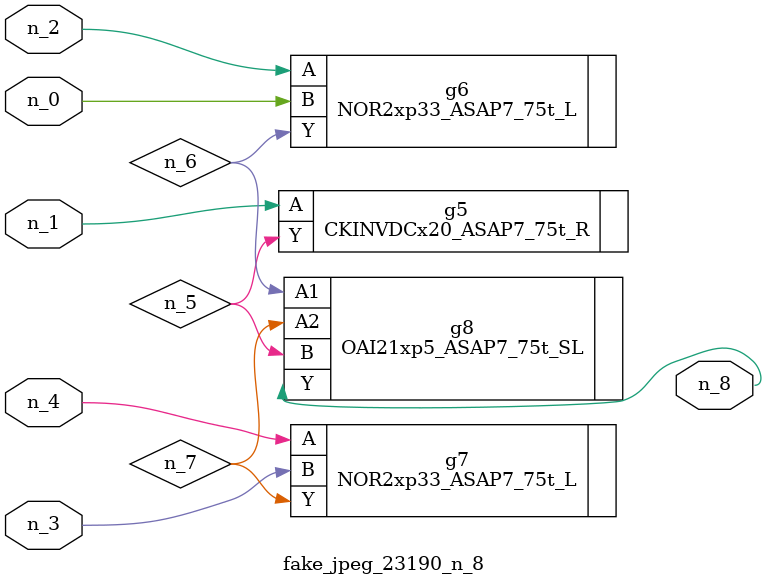
<source format=v>
module fake_jpeg_23190_n_8 (n_3, n_2, n_1, n_0, n_4, n_8);

input n_3;
input n_2;
input n_1;
input n_0;
input n_4;

output n_8;

wire n_6;
wire n_5;
wire n_7;

CKINVDCx20_ASAP7_75t_R g5 ( 
.A(n_1),
.Y(n_5)
);

NOR2xp33_ASAP7_75t_L g6 ( 
.A(n_2),
.B(n_0),
.Y(n_6)
);

NOR2xp33_ASAP7_75t_L g7 ( 
.A(n_4),
.B(n_3),
.Y(n_7)
);

OAI21xp5_ASAP7_75t_SL g8 ( 
.A1(n_6),
.A2(n_7),
.B(n_5),
.Y(n_8)
);


endmodule
</source>
